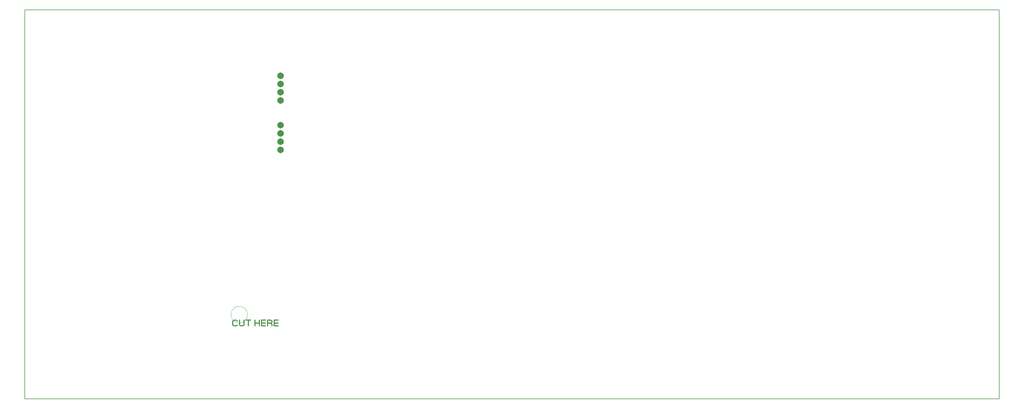
<source format=gbr>
%FSLAX32Y32*%
%MOMM*%
%LNCOPPER1*%
G71*
G01*
%ADD10C, 0.20*%
%ADD11C, 2.00*%
%ADD12C, 0.32*%
%ADD13C, 0.10*%
%LPD*%
G54D10*
X0Y12000D02*
X30000Y12000D01*
X30000Y0D01*
X0Y0D01*
X0Y12000D01*
X7874Y9968D02*
G54D11*
D03*
X7874Y9714D02*
G54D11*
D03*
X7874Y9460D02*
G54D11*
D03*
X7874Y9206D02*
G54D11*
D03*
G54D12*
X6548Y2284D02*
X6530Y2262D01*
X6495Y2251D01*
X6459Y2251D01*
X6424Y2262D01*
X6406Y2284D01*
X6406Y2395D01*
X6424Y2418D01*
X6459Y2429D01*
X6495Y2429D01*
X6530Y2418D01*
X6548Y2395D01*
G54D12*
X6610Y2429D02*
X6610Y2284D01*
X6628Y2262D01*
X6663Y2251D01*
X6699Y2251D01*
X6734Y2262D01*
X6752Y2284D01*
X6752Y2429D01*
G54D12*
X6885Y2251D02*
X6885Y2429D01*
G54D12*
X6814Y2429D02*
X6956Y2429D01*
G54D12*
X7084Y2251D02*
X7084Y2429D01*
G54D12*
X7226Y2251D02*
X7226Y2429D01*
G54D12*
X7084Y2340D02*
X7226Y2340D01*
G54D12*
X7412Y2251D02*
X7288Y2251D01*
X7288Y2429D01*
X7412Y2429D01*
G54D12*
X7288Y2340D02*
X7412Y2340D01*
G54D12*
X7545Y2340D02*
X7598Y2318D01*
X7616Y2295D01*
X7616Y2251D01*
G54D12*
X7474Y2251D02*
X7474Y2429D01*
X7563Y2429D01*
X7598Y2418D01*
X7616Y2395D01*
X7616Y2373D01*
X7598Y2351D01*
X7563Y2340D01*
X7474Y2340D01*
G54D12*
X7802Y2251D02*
X7678Y2251D01*
X7678Y2429D01*
X7802Y2429D01*
G54D12*
X7678Y2340D02*
X7802Y2340D01*
G54D13*
G75*
G01X6858Y2602D02*
G03X6858Y2602I-254J0D01*
G01*
X7874Y8444D02*
G54D11*
D03*
X7874Y8190D02*
G54D11*
D03*
X7874Y7936D02*
G54D11*
D03*
X7874Y7682D02*
G54D11*
D03*
M02*

</source>
